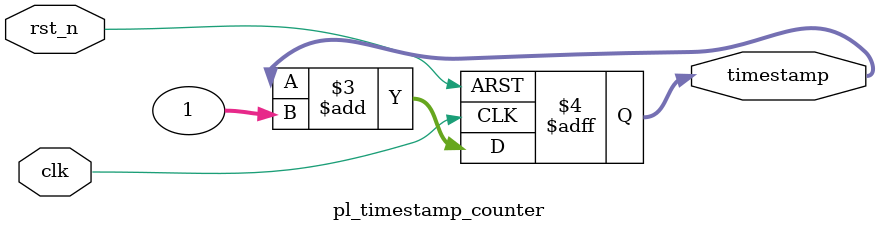
<source format=sv>
module pl_timestamp_counter(
    input  logic clk,
    input  logic rst_n,
    output logic [63:0] timestamp
);
    always_ff @(posedge clk or negedge rst_n) begin
        if (!rst_n)
            timestamp <= 64'd0;
        else
            timestamp <= timestamp + 1;
    end
endmodule

</source>
